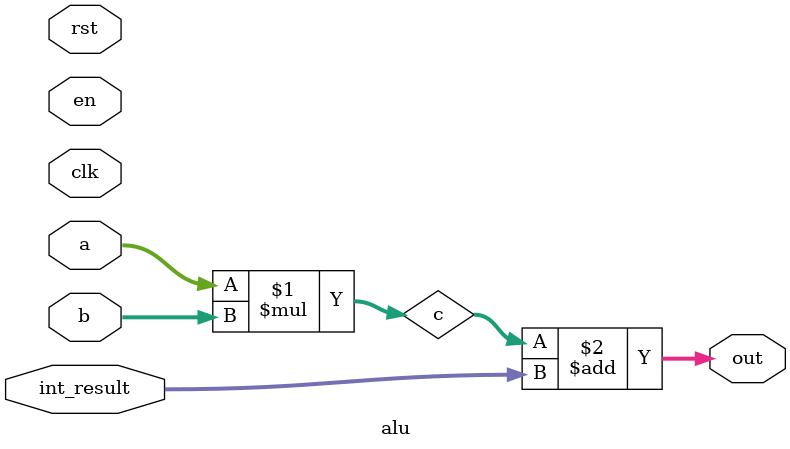
<source format=v>
module alu (
    input wire clk,          
    input wire en,           
    input wire rst,          
    input wire [7:0] a,       
    input wire [7:0] b,       
    input wire [31:0] int_result, 
    output wire [31:0] out    
);
wire [31:0] c;
assign c = a * b;
assign out = c  + int_result;

endmodule
</source>
